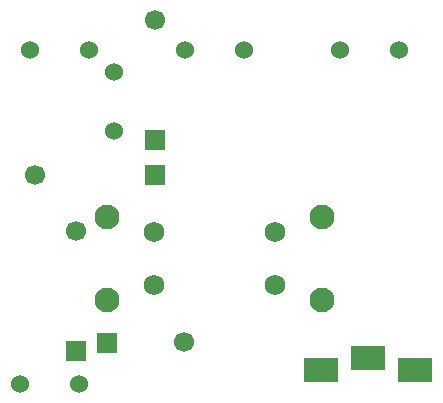
<source format=gtl>
%TF.GenerationSoftware,KiCad,Pcbnew,4.0.4-stable*%
%TF.CreationDate,2016-10-08T17:02:56+01:00*%
%TF.ProjectId,ControlesVolante,436F6E74726F6C6573566F6C616E7465,rev?*%
%TF.FileFunction,Copper,L1,Top,Signal*%
%FSLAX46Y46*%
G04 Gerber Fmt 4.6, Leading zero omitted, Abs format (unit mm)*
G04 Created by KiCad (PCBNEW 4.0.4-stable) date Sat Oct  8 17:02:56 2016*
%MOMM*%
%LPD*%
G01*
G04 APERTURE LIST*
%ADD10C,0.100000*%
%ADD11C,1.699260*%
%ADD12R,1.699260X1.699260*%
%ADD13R,3.000000X2.000000*%
%ADD14C,1.524000*%
%ADD15C,2.100000*%
%ADD16C,1.750000*%
G04 APERTURE END LIST*
D10*
D11*
X175070520Y-115297460D03*
D12*
X168510000Y-115400000D03*
D13*
X194610000Y-117700000D03*
X186610000Y-117700000D03*
X190610000Y-116700000D03*
D11*
X165907460Y-105939480D03*
D12*
X165907460Y-116099480D03*
D11*
X172607460Y-88039480D03*
D12*
X172607460Y-98199480D03*
D11*
X162449480Y-101202540D03*
D12*
X172609480Y-101202540D03*
D14*
X175110000Y-90600000D03*
X180110000Y-90600000D03*
X193210000Y-90600000D03*
X188210000Y-90600000D03*
X167010000Y-90600000D03*
X162010000Y-90600000D03*
X166110000Y-118900000D03*
X161110000Y-118900000D03*
X169110000Y-97450000D03*
X169110000Y-92450000D03*
D15*
X168510000Y-111760000D03*
D16*
X172510000Y-110500000D03*
X172510000Y-106000000D03*
D15*
X168510000Y-104750000D03*
X186710000Y-104740000D03*
D16*
X182710000Y-106000000D03*
X182710000Y-110500000D03*
D15*
X186710000Y-111750000D03*
M02*

</source>
